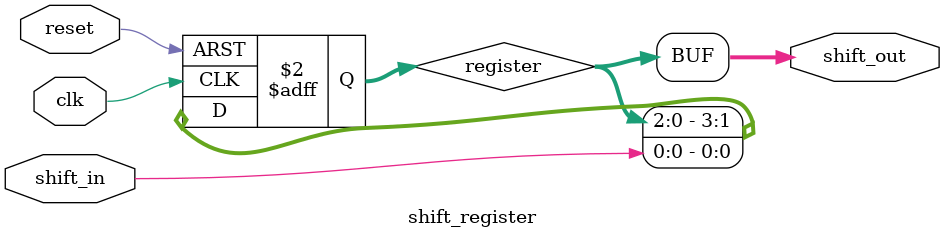
<source format=v>
`timescale 1ns / 1ps


module shift_register (
    input wire clk,
    input wire reset,
    input wire shift_in,
    output wire [3:0] shift_out
);

    reg [3:0] register;

    always @(posedge clk or posedge reset) begin
        if (reset) begin
            register <= 4'b0000;
        end else begin
            register <= {register[2:0], shift_in};
        end
    end

    assign shift_out = register;
endmodule


</source>
